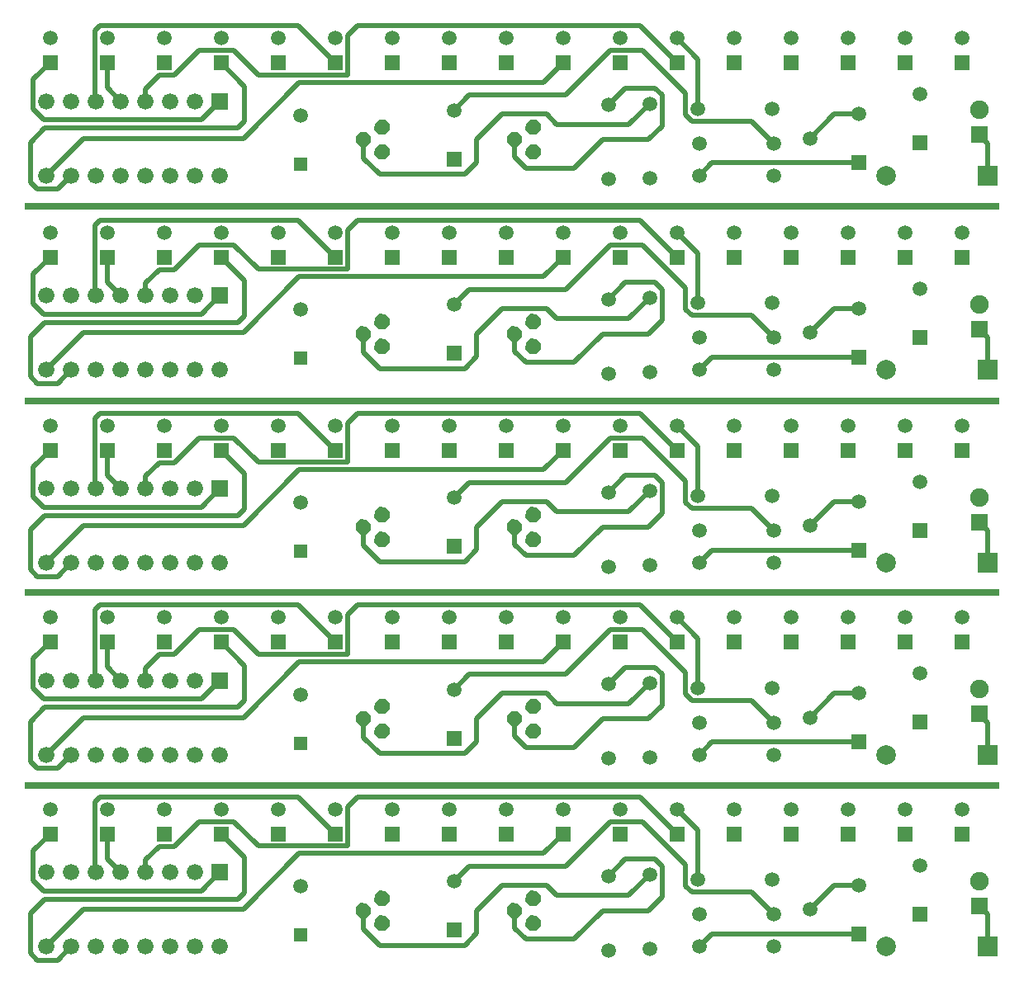
<source format=gtl>
G04 Layer_Physical_Order=1*
G04 Layer_Color=255*
%FSLAX25Y25*%
%MOIN*%
G70*
G01*
G75*
%ADD10C,0.02000*%
%ADD11R,3.93701X0.03150*%
%ADD12C,0.05905*%
%ADD13R,0.05937X0.05937*%
%ADD14C,0.05937*%
%ADD15R,0.05315X0.05315*%
%ADD16R,0.05905X0.05905*%
%ADD17R,0.07874X0.07874*%
%ADD18C,0.07874*%
%ADD19R,0.07087X0.07087*%
%ADD20C,0.07480*%
%ADD21R,0.06600X0.06600*%
%ADD22C,0.06600*%
G36*
X210395Y346991D02*
X212101Y345129D01*
X211991Y342605D01*
X210129Y340899D01*
X207605Y341009D01*
X205899Y342871D01*
X206009Y345395D01*
X207871Y347101D01*
X210395Y346991D01*
D02*
G37*
G36*
X149395D02*
X151101Y345129D01*
X150991Y342605D01*
X149129Y340899D01*
X146605Y341009D01*
X144899Y342871D01*
X145009Y345395D01*
X146871Y347101D01*
X149395Y346991D01*
D02*
G37*
G36*
X202895Y341991D02*
X204601Y340129D01*
X204491Y337605D01*
X202629Y335899D01*
X200105Y336009D01*
X198399Y337871D01*
X198509Y340395D01*
X200371Y342101D01*
X202895Y341991D01*
D02*
G37*
G36*
X141895D02*
X143601Y340129D01*
X143491Y337605D01*
X141629Y335899D01*
X139105Y336009D01*
X137399Y337871D01*
X137509Y340395D01*
X139371Y342101D01*
X141895Y341991D01*
D02*
G37*
G36*
X210395Y336991D02*
X212101Y335129D01*
X211991Y332605D01*
X210129Y330899D01*
X207605Y331009D01*
X205899Y332871D01*
X206009Y335395D01*
X207871Y337101D01*
X210395Y336991D01*
D02*
G37*
G36*
X149395D02*
X151101Y335129D01*
X150991Y332605D01*
X149129Y330899D01*
X146605Y331009D01*
X144899Y332871D01*
X145009Y335395D01*
X146871Y337101D01*
X149395Y336991D01*
D02*
G37*
G36*
X210395Y268491D02*
X212101Y266629D01*
X211991Y264105D01*
X210129Y262399D01*
X207605Y262509D01*
X205899Y264371D01*
X206009Y266895D01*
X207871Y268601D01*
X210395Y268491D01*
D02*
G37*
G36*
X149395D02*
X151101Y266629D01*
X150991Y264105D01*
X149129Y262399D01*
X146605Y262509D01*
X144899Y264371D01*
X145009Y266895D01*
X146871Y268601D01*
X149395Y268491D01*
D02*
G37*
G36*
X202895Y263491D02*
X204601Y261629D01*
X204491Y259105D01*
X202629Y257399D01*
X200105Y257509D01*
X198399Y259371D01*
X198509Y261895D01*
X200371Y263601D01*
X202895Y263491D01*
D02*
G37*
G36*
X141895D02*
X143601Y261629D01*
X143491Y259105D01*
X141629Y257399D01*
X139105Y257509D01*
X137399Y259371D01*
X137509Y261895D01*
X139371Y263601D01*
X141895Y263491D01*
D02*
G37*
G36*
X210395Y258491D02*
X212101Y256629D01*
X211991Y254105D01*
X210129Y252399D01*
X207605Y252509D01*
X205899Y254371D01*
X206009Y256895D01*
X207871Y258601D01*
X210395Y258491D01*
D02*
G37*
G36*
X149395D02*
X151101Y256629D01*
X150991Y254105D01*
X149129Y252399D01*
X146605Y252509D01*
X144899Y254371D01*
X145009Y256895D01*
X146871Y258601D01*
X149395Y258491D01*
D02*
G37*
G36*
X210395Y190491D02*
X212101Y188629D01*
X211991Y186105D01*
X210129Y184399D01*
X207605Y184509D01*
X205899Y186371D01*
X206009Y188895D01*
X207871Y190601D01*
X210395Y190491D01*
D02*
G37*
G36*
X149395D02*
X151101Y188629D01*
X150991Y186105D01*
X149129Y184399D01*
X146605Y184509D01*
X144899Y186371D01*
X145009Y188895D01*
X146871Y190601D01*
X149395Y190491D01*
D02*
G37*
G36*
X202895Y185491D02*
X204601Y183629D01*
X204491Y181105D01*
X202629Y179399D01*
X200105Y179509D01*
X198399Y181371D01*
X198509Y183895D01*
X200371Y185601D01*
X202895Y185491D01*
D02*
G37*
G36*
X141895D02*
X143601Y183629D01*
X143491Y181105D01*
X141629Y179399D01*
X139105Y179509D01*
X137399Y181371D01*
X137509Y183895D01*
X139371Y185601D01*
X141895Y185491D01*
D02*
G37*
G36*
X210395Y180491D02*
X212101Y178629D01*
X211991Y176105D01*
X210129Y174399D01*
X207605Y174509D01*
X205899Y176371D01*
X206009Y178895D01*
X207871Y180601D01*
X210395Y180491D01*
D02*
G37*
G36*
X149395D02*
X151101Y178629D01*
X150991Y176105D01*
X149129Y174399D01*
X146605Y174509D01*
X144899Y176371D01*
X145009Y178895D01*
X146871Y180601D01*
X149395Y180491D01*
D02*
G37*
G36*
X210395Y112991D02*
X212101Y111129D01*
X211991Y108605D01*
X210129Y106899D01*
X207605Y107009D01*
X205899Y108871D01*
X206009Y111395D01*
X207871Y113101D01*
X210395Y112991D01*
D02*
G37*
G36*
X149395D02*
X151101Y111129D01*
X150991Y108605D01*
X149129Y106899D01*
X146605Y107009D01*
X144899Y108871D01*
X145009Y111395D01*
X146871Y113101D01*
X149395Y112991D01*
D02*
G37*
G36*
X202895Y107991D02*
X204601Y106129D01*
X204491Y103605D01*
X202629Y101899D01*
X200105Y102009D01*
X198399Y103871D01*
X198509Y106395D01*
X200371Y108101D01*
X202895Y107991D01*
D02*
G37*
G36*
X141895D02*
X143601Y106129D01*
X143491Y103605D01*
X141629Y101899D01*
X139105Y102009D01*
X137399Y103871D01*
X137509Y106395D01*
X139371Y108101D01*
X141895Y107991D01*
D02*
G37*
G36*
X210395Y102991D02*
X212101Y101129D01*
X211991Y98605D01*
X210129Y96899D01*
X207605Y97009D01*
X205899Y98871D01*
X206009Y101395D01*
X207871Y103101D01*
X210395Y102991D01*
D02*
G37*
G36*
X149395D02*
X151101Y101129D01*
X150991Y98605D01*
X149129Y96899D01*
X146605Y97009D01*
X144899Y98871D01*
X145009Y101395D01*
X146871Y103101D01*
X149395Y102991D01*
D02*
G37*
G36*
X210395Y35491D02*
X212101Y33629D01*
X211991Y31105D01*
X210129Y29399D01*
X207605Y29509D01*
X205899Y31371D01*
X206009Y33895D01*
X207871Y35601D01*
X210395Y35491D01*
D02*
G37*
G36*
X149395D02*
X151101Y33629D01*
X150991Y31105D01*
X149129Y29399D01*
X146605Y29509D01*
X144899Y31371D01*
X145009Y33895D01*
X146871Y35601D01*
X149395Y35491D01*
D02*
G37*
G36*
X202895Y30491D02*
X204601Y28629D01*
X204491Y26105D01*
X202629Y24399D01*
X200105Y24509D01*
X198399Y26371D01*
X198509Y28895D01*
X200371Y30601D01*
X202895Y30491D01*
D02*
G37*
G36*
X141895D02*
X143601Y28629D01*
X143491Y26105D01*
X141629Y24399D01*
X139105Y24509D01*
X137399Y26371D01*
X137509Y28895D01*
X139371Y30601D01*
X141895Y30491D01*
D02*
G37*
G36*
X210395Y25491D02*
X212101Y23629D01*
X211991Y21105D01*
X210129Y19399D01*
X207605Y19509D01*
X205899Y21371D01*
X206009Y23895D01*
X207871Y25601D01*
X210395Y25491D01*
D02*
G37*
G36*
X149395D02*
X151101Y23629D01*
X150991Y21105D01*
X149129Y19399D01*
X146605Y19509D01*
X144899Y21371D01*
X145009Y23895D01*
X146871Y25601D01*
X149395Y25491D01*
D02*
G37*
D10*
X237000Y27500D02*
X255500D01*
X225500Y16000D02*
X237000Y27500D01*
X255500D02*
X261000Y33000D01*
X206000Y16000D02*
X225500D01*
X201500Y20500D02*
X206000Y16000D01*
X201500Y20500D02*
Y27500D01*
X186300Y18300D02*
Y27500D01*
X181500Y13500D02*
X186300Y18300D01*
X147000Y13500D02*
X181500D01*
X140500Y20000D02*
X147000Y13500D01*
X140500Y20000D02*
Y27500D01*
X6000Y26200D02*
X11900Y32100D01*
X6000Y10200D02*
Y26200D01*
Y10200D02*
X8700Y7500D01*
X17000D02*
X22500Y13000D01*
X8700Y7500D02*
X17000D01*
X32000Y43000D02*
Y71500D01*
X114000Y73500D02*
X129000Y58500D01*
X34000Y73500D02*
X114000D01*
X32000Y71500D02*
X34000Y73500D01*
X37000Y48500D02*
Y58500D01*
Y48500D02*
X42500Y43000D01*
X32000D02*
X32500D01*
X12500Y13000D02*
X27500Y28000D01*
X92000D01*
X114547Y50547D01*
X213047D01*
X221000Y58500D01*
X392591Y13000D02*
Y25909D01*
X389000Y29500D02*
X392591Y25909D01*
X52500Y43000D02*
Y48000D01*
X58000Y53500D01*
X64100D01*
X74100Y63500D01*
X88200D01*
X98153Y53547D01*
X134000D01*
Y69500D01*
X138000Y73500D01*
X252000D01*
X267000Y58500D01*
X297000Y35000D02*
X306000Y26000D01*
X273000Y35000D02*
X297000D01*
X270500Y37500D02*
X273000Y35000D01*
X270500Y37500D02*
Y46100D01*
X253100Y63500D02*
X270500Y46100D01*
X240000Y63500D02*
X253100D01*
X222000Y45500D02*
X240000Y63500D01*
X183157Y45500D02*
X222000D01*
X177000Y39343D02*
X183157Y45500D01*
X320657Y28000D02*
X330500Y37843D01*
X340343D01*
X186300Y27500D02*
X196500Y37700D01*
X214400D01*
X218500Y33600D01*
X247600D01*
X256000Y42000D01*
X261000Y33000D02*
Y45500D01*
X258300Y48200D02*
X261000Y45500D01*
X246200Y48200D02*
X258300D01*
X239500Y41500D02*
X246200Y48200D01*
X83000Y58500D02*
X92500Y49000D01*
Y34700D02*
Y49000D01*
X89900Y32100D02*
X92500Y34700D01*
X11900Y32100D02*
X89900D01*
X75000Y35500D02*
X82500Y43000D01*
X11500Y35500D02*
X75000D01*
X7200Y39800D02*
X11500Y35500D01*
X7200Y39800D02*
Y51700D01*
X14000Y58500D01*
X276000Y13000D02*
X281157Y18157D01*
X340343D01*
X275500Y40000D02*
Y60000D01*
X267000Y68500D02*
X275500Y60000D01*
X267000Y223500D02*
X275500Y215000D01*
Y195000D02*
Y215000D01*
X281157Y173157D02*
X340343D01*
X276000Y168000D02*
X281157Y173157D01*
X7200Y206700D02*
X14000Y213500D01*
X7200Y194800D02*
Y206700D01*
Y194800D02*
X11500Y190500D01*
X75000D01*
X82500Y198000D01*
X11900Y187100D02*
X89900D01*
X92500Y189700D01*
Y204000D01*
X83000Y213500D02*
X92500Y204000D01*
X239500Y196500D02*
X246200Y203200D01*
X258300D01*
X261000Y200500D01*
Y188000D02*
Y200500D01*
X247600Y188600D02*
X256000Y197000D01*
X218500Y188600D02*
X247600D01*
X214400Y192700D02*
X218500Y188600D01*
X196500Y192700D02*
X214400D01*
X186300Y182500D02*
X196500Y192700D01*
X330500Y192843D02*
X340343D01*
X320657Y183000D02*
X330500Y192843D01*
X177000Y194343D02*
X183157Y200500D01*
X222000D01*
X240000Y218500D01*
X253100D01*
X270500Y201100D01*
Y192500D02*
Y201100D01*
Y192500D02*
X273000Y190000D01*
X297000D01*
X306000Y181000D01*
X252000Y228500D02*
X267000Y213500D01*
X138000Y228500D02*
X252000D01*
X134000Y224500D02*
X138000Y228500D01*
X134000Y208547D02*
Y224500D01*
X98153Y208547D02*
X134000D01*
X88200Y218500D02*
X98153Y208547D01*
X74100Y218500D02*
X88200D01*
X64100Y208500D02*
X74100Y218500D01*
X58000Y208500D02*
X64100D01*
X52500Y203000D02*
X58000Y208500D01*
X52500Y198000D02*
Y203000D01*
X389000Y184500D02*
X392591Y180909D01*
Y168000D02*
Y180909D01*
X213047Y205547D02*
X221000Y213500D01*
X114547Y205547D02*
X213047D01*
X92000Y183000D02*
X114547Y205547D01*
X27500Y183000D02*
X92000D01*
X12500Y168000D02*
X27500Y183000D01*
X32000Y198000D02*
X32500D01*
X37000Y203500D02*
X42500Y198000D01*
X37000Y203500D02*
Y213500D01*
X32000Y226500D02*
X34000Y228500D01*
X114000D01*
X129000Y213500D01*
X32000Y198000D02*
Y226500D01*
X8700Y162500D02*
X17000D01*
X22500Y168000D01*
X6000Y165200D02*
X8700Y162500D01*
X6000Y165200D02*
Y181200D01*
X11900Y187100D01*
X140500Y175000D02*
Y182500D01*
Y175000D02*
X147000Y168500D01*
X181500D01*
X186300Y173300D01*
Y182500D01*
X201500Y175500D02*
Y182500D01*
Y175500D02*
X206000Y171000D01*
X225500D01*
X255500Y182500D02*
X261000Y188000D01*
X225500Y171000D02*
X237000Y182500D01*
X255500D01*
X267000Y146000D02*
X275500Y137500D01*
Y117500D02*
Y137500D01*
X281157Y95657D02*
X340343D01*
X276000Y90500D02*
X281157Y95657D01*
X7200Y129200D02*
X14000Y136000D01*
X7200Y117300D02*
Y129200D01*
Y117300D02*
X11500Y113000D01*
X75000D01*
X82500Y120500D01*
X11900Y109600D02*
X89900D01*
X92500Y112200D01*
Y126500D01*
X83000Y136000D02*
X92500Y126500D01*
X239500Y119000D02*
X246200Y125700D01*
X258300D01*
X261000Y123000D01*
Y110500D02*
Y123000D01*
X247600Y111100D02*
X256000Y119500D01*
X218500Y111100D02*
X247600D01*
X214400Y115200D02*
X218500Y111100D01*
X196500Y115200D02*
X214400D01*
X186300Y105000D02*
X196500Y115200D01*
X330500Y115343D02*
X340343D01*
X320657Y105500D02*
X330500Y115343D01*
X177000Y116843D02*
X183157Y123000D01*
X222000D01*
X240000Y141000D01*
X253100D01*
X270500Y123600D01*
Y115000D02*
Y123600D01*
Y115000D02*
X273000Y112500D01*
X297000D01*
X306000Y103500D01*
X252000Y151000D02*
X267000Y136000D01*
X138000Y151000D02*
X252000D01*
X134000Y147000D02*
X138000Y151000D01*
X134000Y131047D02*
Y147000D01*
X98153Y131047D02*
X134000D01*
X88200Y141000D02*
X98153Y131047D01*
X74100Y141000D02*
X88200D01*
X64100Y131000D02*
X74100Y141000D01*
X58000Y131000D02*
X64100D01*
X52500Y125500D02*
X58000Y131000D01*
X52500Y120500D02*
Y125500D01*
X389000Y107000D02*
X392591Y103409D01*
Y90500D02*
Y103409D01*
X213047Y128047D02*
X221000Y136000D01*
X114547Y128047D02*
X213047D01*
X92000Y105500D02*
X114547Y128047D01*
X27500Y105500D02*
X92000D01*
X12500Y90500D02*
X27500Y105500D01*
X32000Y120500D02*
X32500D01*
X37000Y126000D02*
X42500Y120500D01*
X37000Y126000D02*
Y136000D01*
X32000Y149000D02*
X34000Y151000D01*
X114000D01*
X129000Y136000D01*
X32000Y120500D02*
Y149000D01*
X8700Y85000D02*
X17000D01*
X22500Y90500D01*
X6000Y87700D02*
X8700Y85000D01*
X6000Y87700D02*
Y103700D01*
X11900Y109600D01*
X140500Y97500D02*
Y105000D01*
Y97500D02*
X147000Y91000D01*
X181500D01*
X186300Y95800D01*
Y105000D01*
X201500Y98000D02*
Y105000D01*
Y98000D02*
X206000Y93500D01*
X225500D01*
X255500Y105000D02*
X261000Y110500D01*
X225500Y93500D02*
X237000Y105000D01*
X255500D01*
X267000Y301500D02*
X275500Y293000D01*
Y273000D02*
Y293000D01*
X281157Y251157D02*
X340343D01*
X276000Y246000D02*
X281157Y251157D01*
X7200Y284700D02*
X14000Y291500D01*
X7200Y272800D02*
Y284700D01*
Y272800D02*
X11500Y268500D01*
X75000D01*
X82500Y276000D01*
X11900Y265100D02*
X89900D01*
X92500Y267700D01*
Y282000D01*
X83000Y291500D02*
X92500Y282000D01*
X239500Y274500D02*
X246200Y281200D01*
X258300D01*
X261000Y278500D01*
Y266000D02*
Y278500D01*
X247600Y266600D02*
X256000Y275000D01*
X218500Y266600D02*
X247600D01*
X214400Y270700D02*
X218500Y266600D01*
X196500Y270700D02*
X214400D01*
X186300Y260500D02*
X196500Y270700D01*
X330500Y270843D02*
X340343D01*
X320657Y261000D02*
X330500Y270843D01*
X177000Y272343D02*
X183157Y278500D01*
X222000D01*
X240000Y296500D01*
X253100D01*
X270500Y279100D01*
Y270500D02*
Y279100D01*
Y270500D02*
X273000Y268000D01*
X297000D01*
X306000Y259000D01*
X252000Y306500D02*
X267000Y291500D01*
X138000Y306500D02*
X252000D01*
X134000Y302500D02*
X138000Y306500D01*
X134000Y286547D02*
Y302500D01*
X98153Y286547D02*
X134000D01*
X88200Y296500D02*
X98153Y286547D01*
X74100Y296500D02*
X88200D01*
X64100Y286500D02*
X74100Y296500D01*
X58000Y286500D02*
X64100D01*
X52500Y281000D02*
X58000Y286500D01*
X52500Y276000D02*
Y281000D01*
X389000Y262500D02*
X392591Y258909D01*
Y246000D02*
Y258909D01*
X213047Y283547D02*
X221000Y291500D01*
X114547Y283547D02*
X213047D01*
X92000Y261000D02*
X114547Y283547D01*
X27500Y261000D02*
X92000D01*
X12500Y246000D02*
X27500Y261000D01*
X32000Y276000D02*
X32500D01*
X37000Y281500D02*
X42500Y276000D01*
X37000Y281500D02*
Y291500D01*
X32000Y304500D02*
X34000Y306500D01*
X114000D01*
X129000Y291500D01*
X32000Y276000D02*
Y304500D01*
X8700Y240500D02*
X17000D01*
X22500Y246000D01*
X6000Y243200D02*
X8700Y240500D01*
X6000Y243200D02*
Y259200D01*
X11900Y265100D01*
X140500Y253000D02*
Y260500D01*
Y253000D02*
X147000Y246500D01*
X181500D01*
X186300Y251300D01*
Y260500D01*
X201500Y253500D02*
Y260500D01*
Y253500D02*
X206000Y249000D01*
X225500D01*
X255500Y260500D02*
X261000Y266000D01*
X225500Y249000D02*
X237000Y260500D01*
X255500D01*
X267000Y380000D02*
X275500Y371500D01*
Y351500D02*
Y371500D01*
X281157Y329657D02*
X340343D01*
X276000Y324500D02*
X281157Y329657D01*
X7200Y363200D02*
X14000Y370000D01*
X7200Y351300D02*
Y363200D01*
Y351300D02*
X11500Y347000D01*
X75000D01*
X82500Y354500D01*
X11900Y343600D02*
X89900D01*
X92500Y346200D01*
Y360500D01*
X83000Y370000D02*
X92500Y360500D01*
X239500Y353000D02*
X246200Y359700D01*
X258300D01*
X261000Y357000D01*
Y344500D02*
Y357000D01*
X247600Y345100D02*
X256000Y353500D01*
X218500Y345100D02*
X247600D01*
X214400Y349200D02*
X218500Y345100D01*
X196500Y349200D02*
X214400D01*
X186300Y339000D02*
X196500Y349200D01*
X330500Y349343D02*
X340343D01*
X320657Y339500D02*
X330500Y349343D01*
X177000Y350843D02*
X183157Y357000D01*
X222000D01*
X240000Y375000D01*
X253100D01*
X270500Y357600D01*
Y349000D02*
Y357600D01*
Y349000D02*
X273000Y346500D01*
X297000D01*
X306000Y337500D01*
X252000Y385000D02*
X267000Y370000D01*
X138000Y385000D02*
X252000D01*
X134000Y381000D02*
X138000Y385000D01*
X134000Y365047D02*
Y381000D01*
X98153Y365047D02*
X134000D01*
X88200Y375000D02*
X98153Y365047D01*
X74100Y375000D02*
X88200D01*
X64100Y365000D02*
X74100Y375000D01*
X58000Y365000D02*
X64100D01*
X52500Y359500D02*
X58000Y365000D01*
X52500Y354500D02*
Y359500D01*
X389000Y341000D02*
X392591Y337409D01*
Y324500D02*
Y337409D01*
X213047Y362047D02*
X221000Y370000D01*
X114547Y362047D02*
X213047D01*
X92000Y339500D02*
X114547Y362047D01*
X27500Y339500D02*
X92000D01*
X12500Y324500D02*
X27500Y339500D01*
X32000Y354500D02*
X32500D01*
X37000Y360000D02*
X42500Y354500D01*
X37000Y360000D02*
Y370000D01*
X32000Y383000D02*
X34000Y385000D01*
X114000D01*
X129000Y370000D01*
X32000Y354500D02*
Y383000D01*
X8700Y319000D02*
X17000D01*
X22500Y324500D01*
X6000Y321700D02*
X8700Y319000D01*
X6000Y321700D02*
Y337700D01*
X11900Y343600D01*
X140500Y331500D02*
Y339000D01*
Y331500D02*
X147000Y325000D01*
X181500D01*
X186300Y329800D01*
Y339000D01*
X201500Y332000D02*
Y339000D01*
Y332000D02*
X206000Y327500D01*
X225500D01*
X255500Y339000D02*
X261000Y344500D01*
X225500Y327500D02*
X237000Y339000D01*
X255500D01*
D11*
X200500Y312000D02*
D03*
Y233500D02*
D03*
Y156000D02*
D03*
Y78000D02*
D03*
D12*
X209000Y32500D02*
D03*
X201500Y27500D02*
D03*
X209000Y22500D02*
D03*
X148000Y32500D02*
D03*
X140500Y27500D02*
D03*
X148000Y22500D02*
D03*
X115000Y37343D02*
D03*
X177000Y39343D02*
D03*
X256000Y42000D02*
D03*
Y12000D02*
D03*
X239500Y11500D02*
D03*
Y41500D02*
D03*
X276000Y26000D02*
D03*
X306000D02*
D03*
Y13000D02*
D03*
X276000D02*
D03*
X365000Y45843D02*
D03*
X305500Y40000D02*
D03*
X275500D02*
D03*
X382000Y68500D02*
D03*
X359000D02*
D03*
X336000D02*
D03*
X313000D02*
D03*
X290000D02*
D03*
X267000D02*
D03*
X244000D02*
D03*
X221000D02*
D03*
X198000D02*
D03*
X175000D02*
D03*
X152000D02*
D03*
X129000D02*
D03*
X106000D02*
D03*
X83000D02*
D03*
X60000D02*
D03*
X37000D02*
D03*
X14000D02*
D03*
X306000Y168000D02*
D03*
X276000D02*
D03*
X14000Y223500D02*
D03*
X177000Y194343D02*
D03*
X115000Y192343D02*
D03*
X37000Y223500D02*
D03*
X60000D02*
D03*
X83000D02*
D03*
X106000D02*
D03*
X129000D02*
D03*
X152000D02*
D03*
X175000D02*
D03*
X198000D02*
D03*
X221000D02*
D03*
X244000D02*
D03*
X267000D02*
D03*
X290000D02*
D03*
X313000D02*
D03*
X336000D02*
D03*
X359000D02*
D03*
X276000Y181000D02*
D03*
X306000D02*
D03*
X382000Y223500D02*
D03*
X305500Y195000D02*
D03*
X275500D02*
D03*
X256000Y197000D02*
D03*
Y167000D02*
D03*
X239500Y166500D02*
D03*
Y196500D02*
D03*
X365000Y200843D02*
D03*
X148000Y187500D02*
D03*
X140500Y182500D02*
D03*
X148000Y177500D02*
D03*
X209000Y187500D02*
D03*
X201500Y182500D02*
D03*
X209000Y177500D02*
D03*
X306000Y90500D02*
D03*
X276000D02*
D03*
X14000Y146000D02*
D03*
X177000Y116843D02*
D03*
X115000Y114843D02*
D03*
X37000Y146000D02*
D03*
X60000D02*
D03*
X83000D02*
D03*
X106000D02*
D03*
X129000D02*
D03*
X152000D02*
D03*
X175000D02*
D03*
X198000D02*
D03*
X221000D02*
D03*
X244000D02*
D03*
X267000D02*
D03*
X290000D02*
D03*
X313000D02*
D03*
X336000D02*
D03*
X359000D02*
D03*
X276000Y103500D02*
D03*
X306000D02*
D03*
X382000Y146000D02*
D03*
X305500Y117500D02*
D03*
X275500D02*
D03*
X256000Y119500D02*
D03*
Y89500D02*
D03*
X239500Y89000D02*
D03*
Y119000D02*
D03*
X365000Y123343D02*
D03*
X148000Y110000D02*
D03*
X140500Y105000D02*
D03*
X148000Y100000D02*
D03*
X209000Y110000D02*
D03*
X201500Y105000D02*
D03*
X209000Y100000D02*
D03*
X306000Y246000D02*
D03*
X276000D02*
D03*
X14000Y301500D02*
D03*
X177000Y272343D02*
D03*
X115000Y270343D02*
D03*
X37000Y301500D02*
D03*
X60000D02*
D03*
X83000D02*
D03*
X106000D02*
D03*
X129000D02*
D03*
X152000D02*
D03*
X175000D02*
D03*
X198000D02*
D03*
X221000D02*
D03*
X244000D02*
D03*
X267000D02*
D03*
X290000D02*
D03*
X313000D02*
D03*
X336000D02*
D03*
X359000D02*
D03*
X276000Y259000D02*
D03*
X306000D02*
D03*
X382000Y301500D02*
D03*
X305500Y273000D02*
D03*
X275500D02*
D03*
X256000Y275000D02*
D03*
Y245000D02*
D03*
X239500Y244500D02*
D03*
Y274500D02*
D03*
X365000Y278843D02*
D03*
X148000Y265500D02*
D03*
X140500Y260500D02*
D03*
X148000Y255500D02*
D03*
X209000Y265500D02*
D03*
X201500Y260500D02*
D03*
X209000Y255500D02*
D03*
X306000Y324500D02*
D03*
X276000D02*
D03*
X14000Y380000D02*
D03*
X177000Y350843D02*
D03*
X115000Y348843D02*
D03*
X37000Y380000D02*
D03*
X60000D02*
D03*
X83000D02*
D03*
X106000D02*
D03*
X129000D02*
D03*
X152000D02*
D03*
X175000D02*
D03*
X198000D02*
D03*
X221000D02*
D03*
X244000D02*
D03*
X267000D02*
D03*
X290000D02*
D03*
X313000D02*
D03*
X336000D02*
D03*
X359000D02*
D03*
X276000Y337500D02*
D03*
X306000D02*
D03*
X382000Y380000D02*
D03*
X305500Y351500D02*
D03*
X275500D02*
D03*
X256000Y353500D02*
D03*
Y323500D02*
D03*
X239500Y323000D02*
D03*
Y353000D02*
D03*
X365000Y357343D02*
D03*
X148000Y344000D02*
D03*
X140500Y339000D02*
D03*
X148000Y334000D02*
D03*
X209000Y344000D02*
D03*
X201500Y339000D02*
D03*
X209000Y334000D02*
D03*
D13*
X340343Y18157D02*
D03*
Y173157D02*
D03*
Y95657D02*
D03*
Y251157D02*
D03*
Y329657D02*
D03*
D14*
X320657Y28000D02*
D03*
X340343Y37843D02*
D03*
X320657Y183000D02*
D03*
X340343Y192843D02*
D03*
X320657Y105500D02*
D03*
X340343Y115343D02*
D03*
X320657Y261000D02*
D03*
X340343Y270843D02*
D03*
X320657Y339500D02*
D03*
X340343Y349343D02*
D03*
D15*
X115000Y17657D02*
D03*
Y172657D02*
D03*
Y95157D02*
D03*
Y250657D02*
D03*
Y329157D02*
D03*
D16*
X177000Y19657D02*
D03*
X365000Y26157D02*
D03*
X382000Y58500D02*
D03*
X359000D02*
D03*
X336000D02*
D03*
X313000D02*
D03*
X290000D02*
D03*
X267000D02*
D03*
X244000D02*
D03*
X221000D02*
D03*
X198000D02*
D03*
X175000D02*
D03*
X152000D02*
D03*
X129000D02*
D03*
X106000D02*
D03*
X83000D02*
D03*
X60000D02*
D03*
X37000D02*
D03*
X14000D02*
D03*
Y213500D02*
D03*
X177000Y174657D02*
D03*
X37000Y213500D02*
D03*
X60000D02*
D03*
X83000D02*
D03*
X106000D02*
D03*
X129000D02*
D03*
X152000D02*
D03*
X175000D02*
D03*
X198000D02*
D03*
X221000D02*
D03*
X244000D02*
D03*
X267000D02*
D03*
X290000D02*
D03*
X313000D02*
D03*
X336000D02*
D03*
X359000D02*
D03*
X382000D02*
D03*
X365000Y181157D02*
D03*
X14000Y136000D02*
D03*
X177000Y97157D02*
D03*
X37000Y136000D02*
D03*
X60000D02*
D03*
X83000D02*
D03*
X106000D02*
D03*
X129000D02*
D03*
X152000D02*
D03*
X175000D02*
D03*
X198000D02*
D03*
X221000D02*
D03*
X244000D02*
D03*
X267000D02*
D03*
X290000D02*
D03*
X313000D02*
D03*
X336000D02*
D03*
X359000D02*
D03*
X382000D02*
D03*
X365000Y103657D02*
D03*
X14000Y291500D02*
D03*
X177000Y252657D02*
D03*
X37000Y291500D02*
D03*
X60000D02*
D03*
X83000D02*
D03*
X106000D02*
D03*
X129000D02*
D03*
X152000D02*
D03*
X175000D02*
D03*
X198000D02*
D03*
X221000D02*
D03*
X244000D02*
D03*
X267000D02*
D03*
X290000D02*
D03*
X313000D02*
D03*
X336000D02*
D03*
X359000D02*
D03*
X382000D02*
D03*
X365000Y259157D02*
D03*
X14000Y370000D02*
D03*
X177000Y331157D02*
D03*
X37000Y370000D02*
D03*
X60000D02*
D03*
X83000D02*
D03*
X106000D02*
D03*
X129000D02*
D03*
X152000D02*
D03*
X175000D02*
D03*
X198000D02*
D03*
X221000D02*
D03*
X244000D02*
D03*
X267000D02*
D03*
X290000D02*
D03*
X313000D02*
D03*
X336000D02*
D03*
X359000D02*
D03*
X382000D02*
D03*
X365000Y337657D02*
D03*
D17*
X392591Y13000D02*
D03*
Y168000D02*
D03*
Y90500D02*
D03*
Y246000D02*
D03*
Y324500D02*
D03*
D18*
X351409Y13000D02*
D03*
Y168000D02*
D03*
Y90500D02*
D03*
Y246000D02*
D03*
Y324500D02*
D03*
D19*
X389000Y29500D02*
D03*
Y184500D02*
D03*
Y107000D02*
D03*
Y262500D02*
D03*
Y341000D02*
D03*
D20*
Y39500D02*
D03*
Y194500D02*
D03*
Y117000D02*
D03*
Y272500D02*
D03*
Y351000D02*
D03*
D21*
X82500Y43000D02*
D03*
Y198000D02*
D03*
Y120500D02*
D03*
Y276000D02*
D03*
Y354500D02*
D03*
D22*
X72500Y43000D02*
D03*
X62500D02*
D03*
X52500D02*
D03*
X42500D02*
D03*
X32500D02*
D03*
X22500D02*
D03*
X12500D02*
D03*
Y13000D02*
D03*
X22500D02*
D03*
X32500D02*
D03*
X42500D02*
D03*
X52500D02*
D03*
X62500D02*
D03*
X72500D02*
D03*
X82500D02*
D03*
X72500Y198000D02*
D03*
X62500D02*
D03*
X52500D02*
D03*
X42500D02*
D03*
X32500D02*
D03*
X22500D02*
D03*
X12500D02*
D03*
Y168000D02*
D03*
X22500D02*
D03*
X32500D02*
D03*
X42500D02*
D03*
X52500D02*
D03*
X62500D02*
D03*
X72500D02*
D03*
X82500D02*
D03*
X72500Y120500D02*
D03*
X62500D02*
D03*
X52500D02*
D03*
X42500D02*
D03*
X32500D02*
D03*
X22500D02*
D03*
X12500D02*
D03*
Y90500D02*
D03*
X22500D02*
D03*
X32500D02*
D03*
X42500D02*
D03*
X52500D02*
D03*
X62500D02*
D03*
X72500D02*
D03*
X82500D02*
D03*
X72500Y276000D02*
D03*
X62500D02*
D03*
X52500D02*
D03*
X42500D02*
D03*
X32500D02*
D03*
X22500D02*
D03*
X12500D02*
D03*
Y246000D02*
D03*
X22500D02*
D03*
X32500D02*
D03*
X42500D02*
D03*
X52500D02*
D03*
X62500D02*
D03*
X72500D02*
D03*
X82500D02*
D03*
X72500Y354500D02*
D03*
X62500D02*
D03*
X52500D02*
D03*
X42500D02*
D03*
X32500D02*
D03*
X22500D02*
D03*
X12500D02*
D03*
Y324500D02*
D03*
X22500D02*
D03*
X32500D02*
D03*
X42500D02*
D03*
X52500D02*
D03*
X62500D02*
D03*
X72500D02*
D03*
X82500D02*
D03*
M02*

</source>
